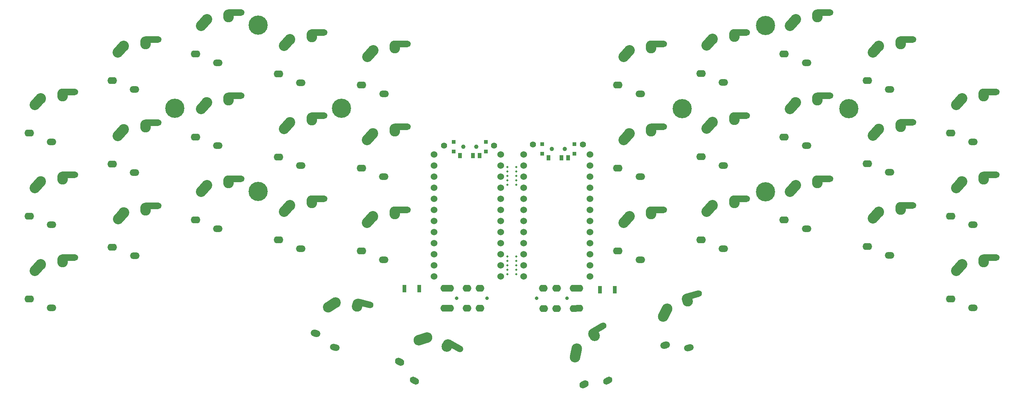
<source format=gbs>
G04 #@! TF.GenerationSoftware,KiCad,Pcbnew,6.0.5*
G04 #@! TF.CreationDate,2022-08-03T13:04:35-04:00*
G04 #@! TF.ProjectId,sweep-high,73776565-702d-4686-9967-682e6b696361,rev?*
G04 #@! TF.SameCoordinates,Original*
G04 #@! TF.FileFunction,Soldermask,Bot*
G04 #@! TF.FilePolarity,Negative*
%FSLAX46Y46*%
G04 Gerber Fmt 4.6, Leading zero omitted, Abs format (unit mm)*
G04 Created by KiCad (PCBNEW 6.0.5) date 2022-08-03 13:04:35*
%MOMM*%
%LPD*%
G01*
G04 APERTURE LIST*
G04 Aperture macros list*
%AMHorizOval*
0 Thick line with rounded ends*
0 $1 width*
0 $2 $3 position (X,Y) of the first rounded end (center of the circle)*
0 $4 $5 position (X,Y) of the second rounded end (center of the circle)*
0 Add line between two ends*
20,1,$1,$2,$3,$4,$5,0*
0 Add two circle primitives to create the rounded ends*
1,1,$1,$2,$3*
1,1,$1,$4,$5*%
G04 Aperture macros list end*
%ADD10C,1.397000*%
%ADD11C,2.400000*%
%ADD12O,2.200000X1.600000*%
%ADD13HorizOval,2.400000X-0.669131X-0.743145X0.669131X0.743145X0*%
%ADD14HorizOval,1.500000X1.449945X0.012653X-1.449945X-0.012653X0*%
%ADD15O,2.200000X1.500000*%
%ADD16O,2.400000X2.950000*%
%ADD17HorizOval,1.600000X0.259808X-0.150000X-0.259808X0.150000X0*%
%ADD18HorizOval,2.400000X-0.951057X-0.309017X0.951057X0.309017X0*%
%ADD19HorizOval,1.500000X0.303109X-0.175000X-0.303109X0.175000X0*%
%ADD20HorizOval,2.400000X-0.137500X-0.238157X0.137500X0.238157X0*%
%ADD21HorizOval,1.500000X1.262016X-0.714014X-1.262016X0.714014X0*%
%ADD22HorizOval,1.600000X0.289778X-0.077646X-0.289778X0.077646X0*%
%ADD23HorizOval,2.400000X-0.838671X-0.544639X0.838671X0.544639X0*%
%ADD24HorizOval,2.400000X-0.071175X-0.265630X0.071175X0.265630X0*%
%ADD25HorizOval,1.500000X0.338074X-0.090587X-0.338074X0.090587X0*%
%ADD26HorizOval,1.500000X1.403814X-0.363051X-1.403814X0.363051X0*%
%ADD27C,4.400000*%
%ADD28C,1.524000*%
%ADD29C,0.800000*%
%ADD30O,2.000000X1.600000*%
%ADD31HorizOval,1.600000X0.259808X0.150000X-0.259808X-0.150000X0*%
%ADD32HorizOval,2.400000X-0.207912X-0.978148X0.207912X0.978148X0*%
%ADD33HorizOval,2.400000X-0.137500X0.238157X0.137500X-0.238157X0*%
%ADD34HorizOval,1.500000X1.249362X0.735931X-1.249362X-0.735931X0*%
%ADD35HorizOval,1.500000X0.303109X0.175000X-0.303109X-0.175000X0*%
%ADD36HorizOval,1.600000X0.289778X0.077646X-0.289778X-0.077646X0*%
%ADD37HorizOval,2.400000X-0.453990X-0.891007X0.453990X0.891007X0*%
%ADD38HorizOval,2.400000X-0.071175X0.265630X0.071175X-0.265630X0*%
%ADD39HorizOval,1.500000X1.397264X0.387496X-1.397264X-0.387496X0*%
%ADD40HorizOval,1.500000X0.338074X0.090587X-0.338074X-0.090587X0*%
%ADD41C,0.500000*%
%ADD42C,1.000000*%
%ADD43R,0.900000X0.900000*%
%ADD44R,0.900000X1.250000*%
%ADD45R,0.900000X1.700000*%
G04 APERTURE END LIST*
D10*
X146190005Y-83736002D03*
X134760005Y-83736002D03*
D11*
X42500000Y-73000000D03*
D12*
X39900000Y-80900000D03*
D13*
X41869131Y-73706855D03*
D14*
X48900042Y-71459599D03*
D15*
X45000000Y-82900000D03*
D16*
X47500000Y-72200000D03*
D12*
X58900000Y-68900000D03*
D13*
X60869131Y-61706855D03*
D11*
X61500000Y-61000000D03*
D16*
X66500000Y-60200000D03*
D15*
X64000000Y-70900000D03*
D14*
X67900042Y-59459599D03*
D13*
X79869131Y-55566855D03*
D12*
X77900000Y-62760000D03*
D11*
X80500000Y-54860000D03*
D15*
X83000000Y-64760000D03*
D14*
X86900042Y-53319599D03*
D16*
X85500000Y-54060000D03*
D11*
X99494000Y-59432000D03*
D13*
X98863131Y-60138855D03*
D12*
X96894000Y-67332000D03*
D15*
X101994000Y-69332000D03*
D16*
X104494000Y-58632000D03*
D14*
X105894042Y-57891599D03*
D11*
X118500000Y-62000000D03*
D13*
X117869131Y-62706855D03*
D12*
X115900000Y-69900000D03*
D15*
X121000000Y-71900000D03*
D14*
X124900042Y-60459599D03*
D16*
X123500000Y-61200000D03*
D12*
X39900000Y-99900000D03*
D11*
X42500000Y-92000000D03*
D13*
X41869131Y-92706855D03*
D15*
X45000000Y-101900000D03*
D14*
X48900042Y-90459599D03*
D16*
X47500000Y-91200000D03*
D13*
X60869131Y-80780855D03*
D11*
X61500000Y-80074000D03*
D12*
X58900000Y-87974000D03*
D14*
X67900042Y-78533599D03*
D15*
X64000000Y-89974000D03*
D16*
X66500000Y-79274000D03*
D12*
X77900000Y-81778000D03*
D13*
X79869131Y-74584855D03*
D11*
X80500000Y-73878000D03*
D14*
X86900042Y-72337599D03*
D16*
X85500000Y-73078000D03*
D15*
X83000000Y-83778000D03*
D13*
X98869131Y-79156855D03*
D12*
X96900000Y-86350000D03*
D11*
X99500000Y-78450000D03*
D15*
X102000000Y-88350000D03*
D14*
X105900042Y-76909599D03*
D16*
X104500000Y-77650000D03*
D11*
X118480000Y-80990000D03*
D12*
X115880000Y-88890000D03*
D13*
X117849131Y-81696855D03*
D14*
X124880042Y-79449599D03*
D15*
X120980000Y-90890000D03*
D16*
X123480000Y-80190000D03*
D11*
X42500000Y-111000000D03*
D13*
X41869131Y-111706855D03*
D12*
X39900000Y-118900000D03*
D15*
X45000000Y-120900000D03*
D16*
X47500000Y-110200000D03*
D14*
X48900042Y-109459599D03*
D12*
X58908000Y-107024000D03*
D11*
X61508000Y-99124000D03*
D13*
X60877131Y-99830855D03*
D15*
X64008000Y-109024000D03*
D14*
X67908042Y-97583599D03*
D16*
X66508000Y-98324000D03*
D11*
X80500000Y-92896000D03*
D13*
X79869131Y-93602855D03*
D12*
X77900000Y-100796000D03*
D16*
X85500000Y-92096000D03*
D14*
X86900042Y-91355599D03*
D15*
X83000000Y-102796000D03*
D11*
X99500000Y-97468000D03*
D12*
X96900000Y-105368000D03*
D13*
X98869131Y-98174855D03*
D14*
X105900042Y-95927599D03*
D15*
X102000000Y-107368000D03*
D16*
X104500000Y-96668000D03*
D17*
X124583270Y-133331499D03*
D18*
X129885160Y-128086618D03*
D11*
X130784936Y-127789898D03*
D19*
X128000000Y-137613550D03*
D20*
X135515064Y-129597078D03*
D21*
X137097736Y-129655893D03*
D22*
X105336384Y-126735134D03*
D11*
X109892462Y-119777249D03*
D23*
X109100141Y-120296738D03*
D24*
X114929146Y-120298604D03*
D25*
X109744968Y-129986962D03*
D26*
X116473113Y-119945789D03*
D27*
X92202000Y-94234000D03*
X92202000Y-56134000D03*
X111252000Y-75184000D03*
X73152000Y-75184000D03*
D13*
X117849131Y-100714855D03*
D11*
X118480000Y-100008000D03*
D12*
X115880000Y-107908000D03*
D15*
X120980000Y-109908000D03*
D14*
X124880042Y-98467599D03*
D16*
X123480000Y-99208000D03*
D28*
X147705400Y-85768000D03*
X147705400Y-88308000D03*
X147705400Y-90848000D03*
X147705400Y-93388000D03*
X147705400Y-95928000D03*
X147705400Y-98468000D03*
X147705400Y-101008000D03*
X147705400Y-103548000D03*
X147705400Y-106088000D03*
X147705400Y-108628000D03*
X147705400Y-111168000D03*
X147705400Y-113708000D03*
X132485400Y-113708000D03*
X132485400Y-111168000D03*
X132485400Y-108628000D03*
X132485400Y-106088000D03*
X132485400Y-103548000D03*
X132485400Y-101008000D03*
X132485400Y-98468000D03*
X132485400Y-95928000D03*
X132485400Y-93388000D03*
X132485400Y-90848000D03*
X132485400Y-88308000D03*
X132485400Y-85768000D03*
D10*
X166459840Y-83482002D03*
X155029840Y-83482002D03*
D27*
X208269840Y-56261000D03*
X189219840Y-75311000D03*
X208269840Y-94361000D03*
X227319840Y-75311000D03*
D29*
X155867840Y-118734000D03*
X162867840Y-118734000D03*
D30*
X160467840Y-116434000D03*
X160487840Y-121064000D03*
X157487840Y-121064000D03*
X157467840Y-116434000D03*
X165567840Y-121034000D03*
X165587840Y-116464000D03*
X164467840Y-116434000D03*
X164487840Y-121064000D03*
D13*
X195454971Y-79124855D03*
D11*
X196085840Y-78418000D03*
D12*
X193485840Y-86318000D03*
D16*
X201085840Y-77618000D03*
D15*
X198585840Y-88318000D03*
D14*
X202485882Y-76877599D03*
D12*
X250531840Y-118900000D03*
D11*
X253131840Y-111000000D03*
D13*
X252500971Y-111706855D03*
D16*
X258131840Y-110200000D03*
D14*
X259531882Y-109459599D03*
D15*
X255631840Y-120900000D03*
D12*
X212487840Y-100796000D03*
D11*
X215087840Y-92896000D03*
D13*
X214456971Y-93602855D03*
D15*
X217587840Y-102796000D03*
D16*
X220087840Y-92096000D03*
D14*
X221487882Y-91355599D03*
D12*
X193485840Y-105368000D03*
D11*
X196085840Y-97468000D03*
D13*
X195454971Y-98174855D03*
D16*
X201085840Y-96668000D03*
D15*
X198585840Y-107368000D03*
D14*
X202485882Y-95927599D03*
D11*
X196085840Y-59368000D03*
D12*
X193485840Y-67268000D03*
D13*
X195454971Y-60074855D03*
D14*
X202485882Y-57827599D03*
D16*
X201085840Y-58568000D03*
D15*
X198585840Y-69268000D03*
D12*
X231513840Y-68900000D03*
D13*
X233482971Y-61706855D03*
D11*
X234113840Y-61000000D03*
D16*
X239113840Y-60200000D03*
D14*
X240513882Y-59459599D03*
D15*
X236613840Y-70900000D03*
D12*
X212487840Y-62760000D03*
D13*
X214456971Y-55566855D03*
D11*
X215087840Y-54860000D03*
D15*
X217587840Y-64760000D03*
D14*
X221487882Y-53319599D03*
D16*
X220087840Y-54060000D03*
D11*
X234113840Y-79974000D03*
D13*
X233482971Y-80680855D03*
D12*
X231513840Y-87874000D03*
D16*
X239113840Y-79174000D03*
D14*
X240513882Y-78433599D03*
D15*
X236613840Y-89874000D03*
D12*
X212487840Y-81778000D03*
D11*
X215087840Y-73878000D03*
D13*
X214456971Y-74584855D03*
D14*
X221487882Y-72337599D03*
D16*
X220087840Y-73078000D03*
D15*
X217587840Y-83778000D03*
D12*
X231513840Y-106892000D03*
D13*
X233482971Y-99698855D03*
D11*
X234113840Y-98992000D03*
D16*
X239113840Y-98192000D03*
D15*
X236613840Y-108892000D03*
D14*
X240513882Y-97451599D03*
D13*
X176454971Y-81696855D03*
D11*
X177085840Y-80990000D03*
D12*
X174485840Y-88890000D03*
D14*
X183485882Y-79449599D03*
D15*
X179585840Y-90890000D03*
D16*
X182085840Y-80190000D03*
D12*
X250531840Y-99900000D03*
D11*
X253131840Y-92000000D03*
D13*
X252500971Y-92706855D03*
D14*
X259531882Y-90459599D03*
D15*
X255631840Y-101900000D03*
D16*
X258131840Y-91200000D03*
D11*
X253131840Y-73000000D03*
D13*
X252500971Y-73706855D03*
D12*
X250531840Y-80900000D03*
D14*
X259531882Y-71459599D03*
D15*
X255631840Y-82900000D03*
D16*
X258131840Y-72200000D03*
D13*
X176454971Y-62706855D03*
D11*
X177085840Y-62000000D03*
D12*
X174485840Y-69900000D03*
D15*
X179585840Y-71900000D03*
D16*
X182085840Y-61200000D03*
D14*
X183485882Y-60459599D03*
D31*
X166784270Y-138469499D03*
D11*
X165085936Y-130327898D03*
D32*
X164893015Y-131255487D03*
D33*
X169016064Y-127135078D03*
D34*
X169858335Y-125793851D03*
D35*
X172201000Y-137651550D03*
D12*
X174485840Y-107908000D03*
D13*
X176454971Y-100714855D03*
D11*
X177085840Y-100008000D03*
D14*
X183485882Y-98467599D03*
D16*
X182085840Y-99208000D03*
D15*
X179585840Y-109908000D03*
D11*
X185729749Y-121193344D03*
D36*
X185263013Y-129497088D03*
D37*
X185303323Y-122039395D03*
D38*
X190352323Y-119126508D03*
D39*
X191513030Y-118048978D03*
D40*
X190706872Y-130108962D03*
D28*
X168129240Y-85768000D03*
X168129240Y-88308000D03*
X168129240Y-90848000D03*
X168129240Y-93388000D03*
X168129240Y-95928000D03*
X168129240Y-98468000D03*
X168129240Y-101008000D03*
X168129240Y-103548000D03*
X168129240Y-106088000D03*
X168129240Y-108628000D03*
X168129240Y-111168000D03*
X168129240Y-113708000D03*
X152909240Y-113708000D03*
X152909240Y-111168000D03*
X152909240Y-108628000D03*
X152909240Y-106088000D03*
X152909240Y-103548000D03*
X152909240Y-101008000D03*
X152909240Y-98468000D03*
X152909240Y-95928000D03*
X152909240Y-93388000D03*
X152909240Y-90848000D03*
X152909240Y-88308000D03*
X152909240Y-85768000D03*
D41*
X151257000Y-92710000D03*
X149225000Y-88646000D03*
X149225000Y-91694000D03*
X149225000Y-90678000D03*
X151257000Y-91694000D03*
X151257000Y-90678000D03*
X151257000Y-89662000D03*
X149225000Y-92710000D03*
X151257000Y-88646000D03*
X149225000Y-89662000D03*
X149225000Y-109156500D03*
X151257000Y-112204500D03*
X151257000Y-110172500D03*
X151257000Y-109156500D03*
X149225000Y-110172500D03*
X151257000Y-111188500D03*
X149225000Y-113220500D03*
X151257000Y-113220500D03*
X149225000Y-111188500D03*
X149225000Y-112204500D03*
D29*
X137590000Y-118734000D03*
X144590000Y-118734000D03*
D30*
X139990000Y-121034000D03*
X139970000Y-116404000D03*
X142990000Y-121034000D03*
X142970000Y-116404000D03*
X134870000Y-121004000D03*
X134890000Y-116434000D03*
X135970000Y-116404000D03*
X135990000Y-121034000D03*
D42*
X142102000Y-83990000D03*
X139102000Y-83990000D03*
D43*
X144302000Y-85090000D03*
X144302000Y-82890000D03*
X136902000Y-82890000D03*
X136902000Y-85090000D03*
D44*
X138352000Y-86065000D03*
X141352000Y-86065000D03*
X142852000Y-86065000D03*
D45*
X125694000Y-116502000D03*
X129094000Y-116502000D03*
D42*
X159371840Y-84498000D03*
X162371840Y-84498000D03*
D43*
X157171840Y-83398000D03*
X157171840Y-85598000D03*
X164571840Y-83398000D03*
X164571840Y-85598000D03*
D44*
X158621840Y-86573000D03*
X161621840Y-86573000D03*
X163121840Y-86573000D03*
D45*
X170347840Y-116756000D03*
X173747840Y-116756000D03*
M02*

</source>
